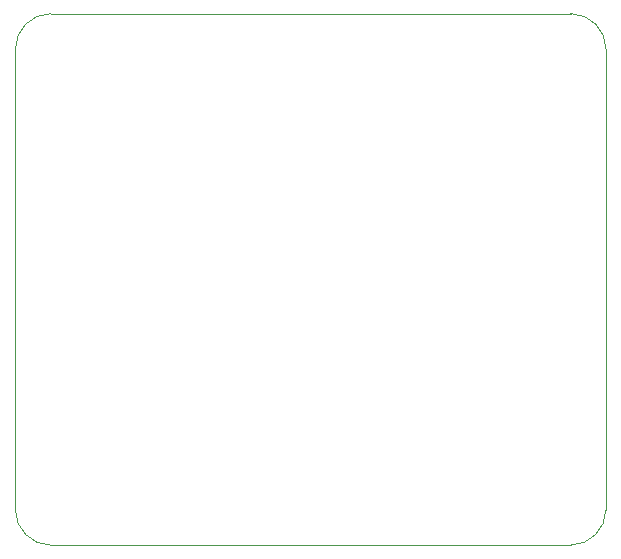
<source format=gbr>
%TF.GenerationSoftware,KiCad,Pcbnew,(5.99.0-12550-g77f47b6e47)*%
%TF.CreationDate,2021-11-06T20:02:58+00:00*%
%TF.ProjectId,max1709,6d617831-3730-4392-9e6b-696361645f70,rev?*%
%TF.SameCoordinates,Original*%
%TF.FileFunction,Profile,NP*%
%FSLAX46Y46*%
G04 Gerber Fmt 4.6, Leading zero omitted, Abs format (unit mm)*
G04 Created by KiCad (PCBNEW (5.99.0-12550-g77f47b6e47)) date 2021-11-06 20:02:58*
%MOMM*%
%LPD*%
G01*
G04 APERTURE LIST*
%TA.AperFunction,Profile*%
%ADD10C,0.100000*%
%TD*%
G04 APERTURE END LIST*
D10*
X200000000Y-142000000D02*
X200000000Y-103000000D01*
X247000000Y-145000000D02*
X203000000Y-145000000D01*
X250000000Y-103000000D02*
X250000000Y-142000000D01*
X203000000Y-100000000D02*
X247000000Y-100000000D01*
X250000000Y-142000000D02*
G75*
G02*
X247000000Y-145000000I-3000000J0D01*
G01*
X203000000Y-145000000D02*
G75*
G02*
X200000000Y-142000000I0J3000000D01*
G01*
X200000000Y-103000000D02*
G75*
G02*
X203000000Y-100000000I3000000J0D01*
G01*
X247000000Y-100000000D02*
G75*
G02*
X250000000Y-103000000I0J-3000000D01*
G01*
M02*

</source>
